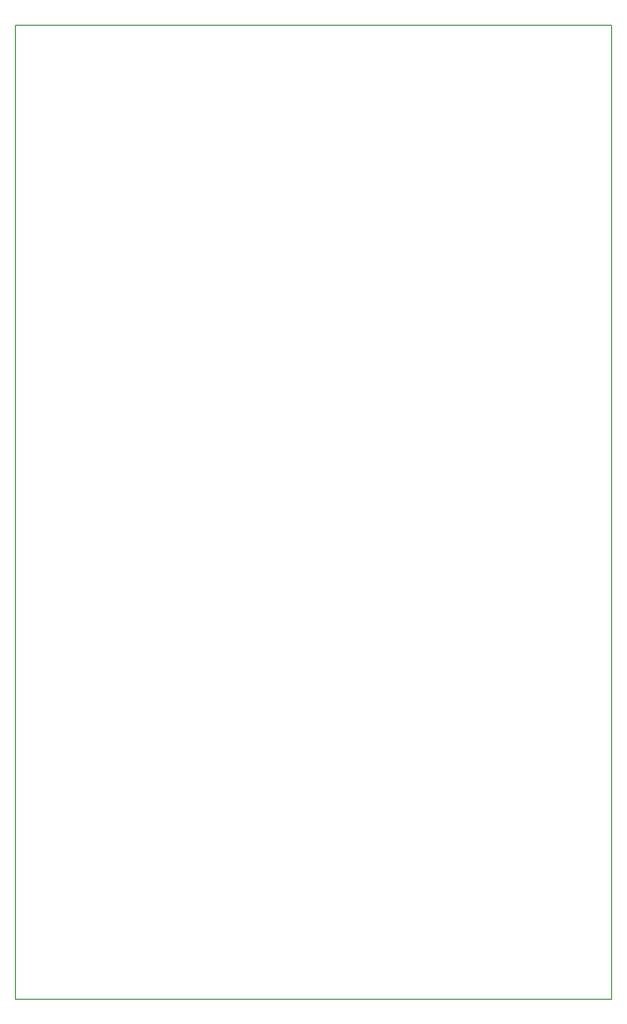
<source format=gbr>
%TF.GenerationSoftware,KiCad,Pcbnew,(6.0.1)*%
%TF.CreationDate,2022-02-05T20:25:37-05:00*%
%TF.ProjectId,battery-board,62617474-6572-4792-9d62-6f6172642e6b,rev?*%
%TF.SameCoordinates,Original*%
%TF.FileFunction,Profile,NP*%
%FSLAX46Y46*%
G04 Gerber Fmt 4.6, Leading zero omitted, Abs format (unit mm)*
G04 Created by KiCad (PCBNEW (6.0.1)) date 2022-02-05 20:25:37*
%MOMM*%
%LPD*%
G01*
G04 APERTURE LIST*
%TA.AperFunction,Profile*%
%ADD10C,0.200000*%
%TD*%
G04 APERTURE END LIST*
D10*
X0Y0D02*
X98000000Y0D01*
X98000000Y0D02*
X98000000Y-160000000D01*
X98000000Y-160000000D02*
X0Y-160000000D01*
X0Y-160000000D02*
X0Y0D01*
M02*

</source>
